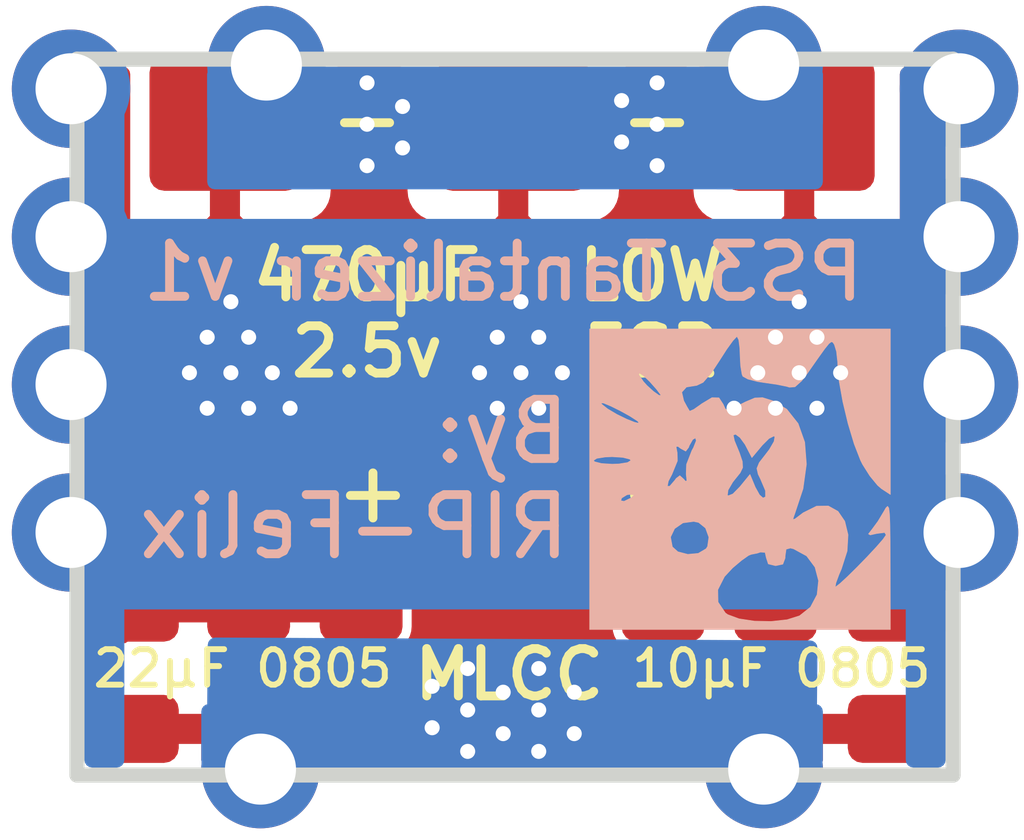
<source format=kicad_pcb>
(kicad_pcb (version 20171130) (host pcbnew "(5.1.6)-1")

  (general
    (thickness 1.6)
    (drawings 50)
    (tracks 88)
    (zones 0)
    (modules 10)
    (nets 3)
  )

  (page A4)
  (layers
    (0 F.Cu signal)
    (31 B.Cu signal hide)
    (32 B.Adhes user hide)
    (33 F.Adhes user hide)
    (34 B.Paste user hide)
    (35 F.Paste user hide)
    (36 B.SilkS user hide)
    (37 F.SilkS user hide)
    (38 B.Mask user hide)
    (39 F.Mask user hide)
    (40 Dwgs.User user hide)
    (41 Cmts.User user hide)
    (42 Eco1.User user hide)
    (43 Eco2.User user hide)
    (44 Edge.Cuts user hide)
    (45 Margin user hide)
    (46 B.CrtYd user hide)
    (47 F.CrtYd user hide)
    (48 B.Fab user hide)
    (49 F.Fab user hide)
  )

  (setup
    (last_trace_width 0.1524)
    (user_trace_width 0.5)
    (user_trace_width 1)
    (trace_clearance 0.1524)
    (zone_clearance 0)
    (zone_45_only no)
    (trace_min 0.1524)
    (via_size 0.508)
    (via_drill 0.254)
    (via_min_size 0.508)
    (via_min_drill 0.254)
    (user_via 1.8 0.9)
    (user_via 2 1.2)
    (uvia_size 0.508)
    (uvia_drill 0.254)
    (uvias_allowed no)
    (uvia_min_size 0)
    (uvia_min_drill 0)
    (edge_width 0.05)
    (segment_width 0.2)
    (pcb_text_width 0.3)
    (pcb_text_size 1.5 1.5)
    (mod_edge_width 0.12)
    (mod_text_size 1 1)
    (mod_text_width 0.15)
    (pad_size 1.2 1.2)
    (pad_drill 0.7)
    (pad_to_mask_clearance 0.0508)
    (solder_mask_min_width 0.1016)
    (aux_axis_origin 0 0)
    (visible_elements 7FFFEFFF)
    (pcbplotparams
      (layerselection 0x010fc_ffffffff)
      (usegerberextensions false)
      (usegerberattributes true)
      (usegerberadvancedattributes true)
      (creategerberjobfile true)
      (excludeedgelayer true)
      (linewidth 0.100000)
      (plotframeref false)
      (viasonmask false)
      (mode 1)
      (useauxorigin false)
      (hpglpennumber 1)
      (hpglpenspeed 20)
      (hpglpendiameter 15.000000)
      (psnegative false)
      (psa4output false)
      (plotreference true)
      (plotvalue true)
      (plotinvisibletext false)
      (padsonsilk false)
      (subtractmaskfromsilk false)
      (outputformat 1)
      (mirror false)
      (drillshape 0)
      (scaleselection 1)
      (outputdirectory "Gerber/"))
  )

  (net 0 "")
  (net 1 GND)
  (net 2 +1V0)

  (net_class Default "This is the default net class."
    (clearance 0.1524)
    (trace_width 0.1524)
    (via_dia 0.508)
    (via_drill 0.254)
    (uvia_dia 0.508)
    (uvia_drill 0.254)
    (add_net +1V0)
    (add_net GND)
  )

  (module "PCB Design:RIP-Felix Logo(400)" (layer B.Cu) (tedit 0) (tstamp 6050A043)
    (at 113.7 62.3 180)
    (fp_text reference G*** (at 0 0) (layer B.SilkS) hide
      (effects (font (size 1.524 1.524) (thickness 0.3)) (justify mirror))
    )
    (fp_text value LOGO (at 0.75 0) (layer B.SilkS) hide
      (effects (font (size 1.524 1.524) (thickness 0.3)) (justify mirror))
    )
    (fp_poly (pts (xy 2.54 -2.54) (xy -2.54 -2.54) (xy -2.537458 -1.444625) (xy -2.53594 -1.050543)
      (xy -2.532413 -0.769165) (xy -2.525246 -0.586196) (xy -2.512808 -0.487339) (xy -2.49347 -0.458299)
      (xy -2.465602 -0.484781) (xy -2.43426 -0.53975) (xy -2.33163 -0.710967) (xy -2.232152 -0.846136)
      (xy -2.171183 -0.92477) (xy -2.200723 -0.941038) (xy -2.311879 -0.916549) (xy -2.444229 -0.900149)
      (xy -2.468904 -0.941417) (xy -2.417102 -1.015697) (xy -2.303334 -1.146539) (xy -2.150823 -1.310225)
      (xy -1.98279 -1.483033) (xy -1.822458 -1.641243) (xy -1.693047 -1.761135) (xy -1.61778 -1.818988)
      (xy -1.608565 -1.820231) (xy -1.618768 -1.75432) (xy -1.633194 -1.715054) (xy -1.327486 -1.715054)
      (xy -1.302778 -1.950923) (xy -1.190606 -2.16229) (xy -1.005748 -2.309035) (xy -0.795703 -2.374978)
      (xy -0.527188 -2.40424) (xy -0.242309 -2.398491) (xy 0.016826 -2.359399) (xy 0.208114 -2.288633)
      (xy 0.248383 -2.259332) (xy 0.371119 -2.076487) (xy 0.375182 -1.867545) (xy 0.262678 -1.645667)
      (xy 0.126817 -1.499639) (xy -0.025302 -1.371244) (xy -0.143241 -1.287899) (xy -0.18549 -1.27)
      (xy -0.29172 -1.249061) (xy -0.344057 -1.231456) (xy -0.42433 -1.235951) (xy -0.4445 -1.326706)
      (xy -0.478552 -1.430683) (xy -0.600083 -1.460492) (xy -0.60325 -1.4605) (xy -0.723022 -1.435173)
      (xy -0.761001 -1.334233) (xy -0.762 -1.29747) (xy -0.778621 -1.182089) (xy -0.851257 -1.162673)
      (xy -0.904875 -1.175602) (xy -1.125729 -1.295876) (xy -1.267534 -1.486199) (xy -1.327486 -1.715054)
      (xy -1.633194 -1.715054) (xy -1.670836 -1.612606) (xy -1.711977 -1.517579) (xy -1.809399 -1.21366)
      (xy -1.822529 -0.979847) (xy 0.525377 -0.979847) (xy 0.546867 -1.13587) (xy 0.572184 -1.175574)
      (xy 0.705102 -1.253887) (xy 0.883024 -1.269742) (xy 1.050076 -1.226329) (xy 1.143 -1.143)
      (xy 1.173456 -0.978099) (xy 1.104769 -0.834252) (xy 0.964706 -0.737256) (xy 0.781035 -0.712905)
      (xy 0.698647 -0.730203) (xy 0.581551 -0.824971) (xy 0.525377 -0.979847) (xy -1.822529 -0.979847)
      (xy -1.824803 -0.939369) (xy -1.769542 -0.71055) (xy -1.654974 -0.543043) (xy -1.492452 -0.45269)
      (xy -1.293331 -0.455332) (xy -1.068967 -0.566811) (xy -1.04405 -0.585755) (xy -0.928691 -0.672548)
      (xy -0.891546 -0.681167) (xy -0.912746 -0.614116) (xy -0.918043 -0.60163) (xy -1.064265 -0.160864)
      (xy -1.121525 0.253669) (xy -1.092809 0.626309) (xy -1.059344 0.7207) (xy -0.58953 0.7207)
      (xy -0.576017 0.638341) (xy -0.49681 0.502039) (xy -0.438748 0.425848) (xy -0.325856 0.28041)
      (xy -0.285699 0.18271) (xy -0.307716 0.084622) (xy -0.346466 0.005385) (xy -0.430713 -0.192844)
      (xy -0.431219 -0.298863) (xy -0.388704 -0.3175) (xy -0.32921 -0.26494) (xy -0.258211 -0.136635)
      (xy -0.250699 -0.119029) (xy -0.16849 0.079442) (xy 0.001326 -0.128625) (xy 0.11963 -0.248901)
      (xy 0.199103 -0.280288) (xy 0.212996 -0.268973) (xy 0.212516 -0.265248) (xy 1.782562 -0.265248)
      (xy 1.828721 -0.309147) (xy 1.8415 -0.3175) (xy 1.957843 -0.373594) (xy 2.013373 -0.364271)
      (xy 2.00025 -0.3175) (xy 1.909628 -0.262248) (xy 1.853627 -0.254972) (xy 1.782562 -0.265248)
      (xy 0.212516 -0.265248) (xy 0.201902 -0.182881) (xy 0.123736 -0.048825) (xy 0.084316 0.001414)
      (xy -0.00283 0.109408) (xy -0.044322 0.196373) (xy -0.039613 0.298217) (xy 0.011846 0.450846)
      (xy 0.094232 0.650875) (xy 0.094331 0.651353) (xy 0.73835 0.651353) (xy 0.785037 0.533498)
      (xy 0.812052 0.484781) (xy 0.902914 0.250896) (xy 0.908603 0.087906) (xy 0.896704 -0.028153)
      (xy 0.921906 -0.034384) (xy 0.950815 0) (xy 1.016341 0.059913) (xy 1.077779 0.013191)
      (xy 1.098337 -0.015875) (xy 1.186886 -0.118603) (xy 1.227581 -0.118252) (xy 1.210818 -0.03285)
      (xy 1.150816 0.082603) (xy 1.057451 0.310935) (xy 1.05764 0.3175) (xy 1.8415 0.3175)
      (xy 1.89861 0.281277) (xy 2.044631 0.258286) (xy 2.159 0.254) (xy 2.340115 0.265423)
      (xy 2.455073 0.294627) (xy 2.4765 0.3175) (xy 2.419389 0.353724) (xy 2.273368 0.376715)
      (xy 2.159 0.381) (xy 1.977884 0.369578) (xy 1.862926 0.340374) (xy 1.8415 0.3175)
      (xy 1.05764 0.3175) (xy 1.061399 0.447728) (xy 1.080704 0.55274) (xy 1.04527 0.554543)
      (xy 1.000602 0.520532) (xy 0.916771 0.475192) (xy 0.868383 0.538408) (xy 0.858311 0.568157)
      (xy 0.798723 0.672612) (xy 0.751448 0.6985) (xy 0.73835 0.651353) (xy 0.094331 0.651353)
      (xy 0.114325 0.747055) (xy 0.074028 0.761227) (xy -0.001064 0.704852) (xy -0.085358 0.58939)
      (xy -0.09893 0.564385) (xy -0.201121 0.366769) (xy -0.375559 0.575718) (xy -0.48905 0.688937)
      (xy -0.571441 0.730254) (xy -0.58953 0.7207) (xy -1.059344 0.7207) (xy -0.981097 0.941395)
      (xy -0.977893 0.945438) (xy 1.707018 0.945438) (xy 1.781145 0.961776) (xy 1.914625 1.014777)
      (xy 2.079625 1.09509) (xy 2.237391 1.188866) (xy 2.33458 1.266309) (xy 2.3495 1.2918)
      (xy 2.300809 1.286709) (xy 2.17912 1.235805) (xy 2.021 1.15749) (xy 1.863022 1.070162)
      (xy 1.741754 0.992224) (xy 1.719791 0.974958) (xy 1.707018 0.945438) (xy -0.977893 0.945438)
      (xy -0.789375 1.183266) (xy -0.550949 1.325383) (xy -0.381397 1.37873) (xy -0.252068 1.373556)
      (xy -0.091773 1.30569) (xy -0.075709 1.297544) (xy 0.080949 1.217822) (xy 0.185975 1.164577)
      (xy 0.200986 1.157037) (xy 0.250412 1.191087) (xy 0.28464 1.266505) (xy 0.356175 1.375897)
      (xy 0.474147 1.377982) (xy 0.648822 1.272656) (xy 0.66153 1.262761) (xy 0.780611 1.17905)
      (xy 0.848707 1.149891) (xy 0.851992 1.151636) (xy 0.893017 1.21928) (xy 0.950454 1.325701)
      (xy 0.970965 1.41426) (xy 1.3335 1.41426) (xy 1.372139 1.419061) (xy 1.463463 1.484741)
      (xy 1.570582 1.58215) (xy 1.633105 1.651) (xy 1.710299 1.764143) (xy 1.703856 1.797817)
      (xy 1.629203 1.752023) (xy 1.524 1.651) (xy 1.408281 1.520331) (xy 1.340687 1.430867)
      (xy 1.3335 1.41426) (xy 0.970965 1.41426) (xy 0.984071 1.470845) (xy 0.905051 1.558362)
      (xy 0.73025 1.586679) (xy 0.623644 1.637733) (xy 0.486849 1.794396) (xy 0.351256 2.000401)
      (xy 0.224906 2.197357) (xy 0.119813 2.343181) (xy 0.055541 2.411108) (xy 0.049631 2.413)
      (xy 0.020507 2.356032) (xy 0.002153 2.211108) (xy -0.000973 2.111375) (xy -0.010813 1.917717)
      (xy -0.034591 1.774811) (xy -0.048598 1.74008) (xy -0.13442 1.692949) (xy -0.301268 1.650335)
      (xy -0.41275 1.633464) (xy -0.620304 1.603715) (xy -0.786787 1.570136) (xy -0.837213 1.555063)
      (xy -0.929334 1.562799) (xy -1.04181 1.663611) (xy -1.13646 1.788679) (xy -1.312216 2.039847)
      (xy -1.429019 2.202662) (xy -1.501253 2.292454) (xy -1.543306 2.324552) (xy -1.569564 2.314286)
      (xy -1.594412 2.276988) (xy -1.594529 2.276802) (xy -1.630353 2.160498) (xy -1.650208 1.981217)
      (xy -1.651402 1.93675) (xy -1.67593 1.656032) (xy -1.737826 1.30956) (xy -1.82602 0.941771)
      (xy -1.929439 0.597106) (xy -2.037012 0.320002) (xy -2.071295 0.251399) (xy -2.194437 0.05652)
      (xy -2.324054 -0.101321) (xy -2.390758 -0.15914) (xy -2.54 -0.256927) (xy -2.54 2.54)
      (xy 2.54 2.54) (xy 2.54 -2.54)) (layer B.SilkS) (width 0.01))
  )

  (module Capacitor_SMD:C_0805_2012Metric_Pad1.15x1.40mm_HandSolder (layer F.Cu) (tedit 605023D7) (tstamp 604ED26B)
    (at 116.22 65.495 270)
    (descr "Capacitor SMD 0805 (2012 Metric), square (rectangular) end terminal, IPC_7351 nominal with elongated pad for handsoldering. (Body size source: https://docs.google.com/spreadsheets/d/1BsfQQcO9C6DZCsRaXUlFlo91Tg2WpOkGARC1WS5S8t0/edit?usp=sharing), generated with kicad-footprint-generator")
    (tags "capacitor handsolder")
    (path /6053875F)
    (attr smd)
    (fp_text reference C9 (at 2.785 0 180) (layer F.SilkS) hide
      (effects (font (size 1 1) (thickness 0.15)))
    )
    (fp_text value 10uF (at 5.325 0 180) (layer F.Fab) hide
      (effects (font (size 1 1) (thickness 0.15)))
    )
    (fp_line (start -1 0.6) (end -1 -0.6) (layer F.Fab) (width 0.1))
    (fp_line (start -1 -0.6) (end 1 -0.6) (layer F.Fab) (width 0.1))
    (fp_line (start 1 -0.6) (end 1 0.6) (layer F.Fab) (width 0.1))
    (fp_line (start 1 0.6) (end -1 0.6) (layer F.Fab) (width 0.1))
    (fp_line (start -1.85 0.95) (end -1.85 -0.95) (layer F.CrtYd) (width 0.05))
    (fp_line (start -1.85 -0.95) (end 1.85 -0.95) (layer F.CrtYd) (width 0.05))
    (fp_line (start 1.85 -0.95) (end 1.85 0.95) (layer F.CrtYd) (width 0.05))
    (fp_line (start 1.85 0.95) (end -1.85 0.95) (layer F.CrtYd) (width 0.05))
    (fp_text user %R (at 0 0 270) (layer F.Fab) hide
      (effects (font (size 0.5 0.5) (thickness 0.08)))
    )
    (pad 2 smd roundrect (at 1.025 0 270) (size 1.15 1.4) (layers F.Cu F.Paste F.Mask) (roundrect_rratio 0.217391)
      (net 1 GND))
    (pad 1 smd roundrect (at -1.025 0 270) (size 1.15 1.4) (layers F.Cu F.Paste F.Mask) (roundrect_rratio 0.217391)
      (net 2 +1V0))
    (model ${KISYS3DMOD}/Capacitor_SMD.3dshapes/C_0805_2012Metric.wrl
      (at (xyz 0 0 0))
      (scale (xyz 1 1 1))
      (rotate (xyz 0 0 0))
    )
  )

  (module Capacitor_SMD:C_0805_2012Metric_Pad1.15x1.40mm_HandSolder (layer F.Cu) (tedit 605023C5) (tstamp 604ED25A)
    (at 114.3 65.495 270)
    (descr "Capacitor SMD 0805 (2012 Metric), square (rectangular) end terminal, IPC_7351 nominal with elongated pad for handsoldering. (Body size source: https://docs.google.com/spreadsheets/d/1BsfQQcO9C6DZCsRaXUlFlo91Tg2WpOkGARC1WS5S8t0/edit?usp=sharing), generated with kicad-footprint-generator")
    (tags "capacitor handsolder")
    (path /60538101)
    (attr smd)
    (fp_text reference C8 (at 2.785 0 180) (layer F.SilkS) hide
      (effects (font (size 1 1) (thickness 0.15)))
    )
    (fp_text value 10uF (at 4.055 0 180) (layer F.Fab) hide
      (effects (font (size 1 1) (thickness 0.15)))
    )
    (fp_line (start -1 0.6) (end -1 -0.6) (layer F.Fab) (width 0.1))
    (fp_line (start -1 -0.6) (end 1 -0.6) (layer F.Fab) (width 0.1))
    (fp_line (start 1 -0.6) (end 1 0.6) (layer F.Fab) (width 0.1))
    (fp_line (start 1 0.6) (end -1 0.6) (layer F.Fab) (width 0.1))
    (fp_line (start -1.85 0.95) (end -1.85 -0.95) (layer F.CrtYd) (width 0.05))
    (fp_line (start -1.85 -0.95) (end 1.85 -0.95) (layer F.CrtYd) (width 0.05))
    (fp_line (start 1.85 -0.95) (end 1.85 0.95) (layer F.CrtYd) (width 0.05))
    (fp_line (start 1.85 0.95) (end -1.85 0.95) (layer F.CrtYd) (width 0.05))
    (fp_text user %R (at 0 0 270) (layer F.Fab) hide
      (effects (font (size 0.5 0.5) (thickness 0.08)))
    )
    (pad 2 smd roundrect (at 1.025 0 270) (size 1.15 1.4) (layers F.Cu F.Paste F.Mask) (roundrect_rratio 0.217391)
      (net 1 GND))
    (pad 1 smd roundrect (at -1.025 0 270) (size 1.15 1.4) (layers F.Cu F.Paste F.Mask) (roundrect_rratio 0.217391)
      (net 2 +1V0))
    (model ${KISYS3DMOD}/Capacitor_SMD.3dshapes/C_0805_2012Metric.wrl
      (at (xyz 0 0 0))
      (scale (xyz 1 1 1))
      (rotate (xyz 0 0 0))
    )
  )

  (module Capacitor_SMD:C_0805_2012Metric_Pad1.15x1.40mm_HandSolder (layer F.Cu) (tedit 605023B6) (tstamp 604ED249)
    (at 112.4 65.495 270)
    (descr "Capacitor SMD 0805 (2012 Metric), square (rectangular) end terminal, IPC_7351 nominal with elongated pad for handsoldering. (Body size source: https://docs.google.com/spreadsheets/d/1BsfQQcO9C6DZCsRaXUlFlo91Tg2WpOkGARC1WS5S8t0/edit?usp=sharing), generated with kicad-footprint-generator")
    (tags "capacitor handsolder")
    (path /60537ADB)
    (attr smd)
    (fp_text reference C7 (at 2.785 0 180) (layer F.SilkS) hide
      (effects (font (size 1 1) (thickness 0.15)))
    )
    (fp_text value 10uF (at 5.325 0 180) (layer F.Fab) hide
      (effects (font (size 1 1) (thickness 0.15)))
    )
    (fp_line (start -1 0.6) (end -1 -0.6) (layer F.Fab) (width 0.1))
    (fp_line (start -1 -0.6) (end 1 -0.6) (layer F.Fab) (width 0.1))
    (fp_line (start 1 -0.6) (end 1 0.6) (layer F.Fab) (width 0.1))
    (fp_line (start 1 0.6) (end -1 0.6) (layer F.Fab) (width 0.1))
    (fp_line (start -1.85 0.95) (end -1.85 -0.95) (layer F.CrtYd) (width 0.05))
    (fp_line (start -1.85 -0.95) (end 1.85 -0.95) (layer F.CrtYd) (width 0.05))
    (fp_line (start 1.85 -0.95) (end 1.85 0.95) (layer F.CrtYd) (width 0.05))
    (fp_line (start 1.85 0.95) (end -1.85 0.95) (layer F.CrtYd) (width 0.05))
    (fp_text user %R (at 0 0 270) (layer F.Fab) hide
      (effects (font (size 0.5 0.5) (thickness 0.08)))
    )
    (pad 2 smd roundrect (at 1.025 0 270) (size 1.15 1.4) (layers F.Cu F.Paste F.Mask) (roundrect_rratio 0.217391)
      (net 1 GND))
    (pad 1 smd roundrect (at -1.025 0 270) (size 1.15 1.4) (layers F.Cu F.Paste F.Mask) (roundrect_rratio 0.217391)
      (net 2 +1V0))
    (model ${KISYS3DMOD}/Capacitor_SMD.3dshapes/C_0805_2012Metric.wrl
      (at (xyz 0 0 0))
      (scale (xyz 1 1 1))
      (rotate (xyz 0 0 0))
    )
  )

  (module Capacitor_SMD:C_0805_2012Metric_Pad1.15x1.40mm_HandSolder (layer F.Cu) (tedit 6050239C) (tstamp 604ED238)
    (at 107.3 65.495 270)
    (descr "Capacitor SMD 0805 (2012 Metric), square (rectangular) end terminal, IPC_7351 nominal with elongated pad for handsoldering. (Body size source: https://docs.google.com/spreadsheets/d/1BsfQQcO9C6DZCsRaXUlFlo91Tg2WpOkGARC1WS5S8t0/edit?usp=sharing), generated with kicad-footprint-generator")
    (tags "capacitor handsolder")
    (path /60537810)
    (attr smd)
    (fp_text reference C6 (at 2.785 0 180) (layer F.SilkS) hide
      (effects (font (size 1 1) (thickness 0.15)))
    )
    (fp_text value 22uF (at 4.055 0 180) (layer F.Fab) hide
      (effects (font (size 1 1) (thickness 0.15)))
    )
    (fp_line (start -1 0.6) (end -1 -0.6) (layer F.Fab) (width 0.1))
    (fp_line (start -1 -0.6) (end 1 -0.6) (layer F.Fab) (width 0.1))
    (fp_line (start 1 -0.6) (end 1 0.6) (layer F.Fab) (width 0.1))
    (fp_line (start 1 0.6) (end -1 0.6) (layer F.Fab) (width 0.1))
    (fp_line (start -1.85 0.95) (end -1.85 -0.95) (layer F.CrtYd) (width 0.05))
    (fp_line (start -1.85 -0.95) (end 1.85 -0.95) (layer F.CrtYd) (width 0.05))
    (fp_line (start 1.85 -0.95) (end 1.85 0.95) (layer F.CrtYd) (width 0.05))
    (fp_line (start 1.85 0.95) (end -1.85 0.95) (layer F.CrtYd) (width 0.05))
    (fp_text user %R (at 0 0 180) (layer F.Fab) hide
      (effects (font (size 0.5 0.5) (thickness 0.08)))
    )
    (pad 2 smd roundrect (at 1.025 0 270) (size 1.15 1.4) (layers F.Cu F.Paste F.Mask) (roundrect_rratio 0.217391)
      (net 1 GND))
    (pad 1 smd roundrect (at -1.025 0 270) (size 1.15 1.4) (layers F.Cu F.Paste F.Mask) (roundrect_rratio 0.217391)
      (net 2 +1V0))
    (model ${KISYS3DMOD}/Capacitor_SMD.3dshapes/C_0805_2012Metric.wrl
      (at (xyz 0 0 0))
      (scale (xyz 1 1 1))
      (rotate (xyz 0 0 0))
    )
  )

  (module Capacitor_SMD:C_0805_2012Metric_Pad1.15x1.40mm_HandSolder (layer F.Cu) (tedit 60502389) (tstamp 604ED86E)
    (at 105.4 65.495 270)
    (descr "Capacitor SMD 0805 (2012 Metric), square (rectangular) end terminal, IPC_7351 nominal with elongated pad for handsoldering. (Body size source: https://docs.google.com/spreadsheets/d/1BsfQQcO9C6DZCsRaXUlFlo91Tg2WpOkGARC1WS5S8t0/edit?usp=sharing), generated with kicad-footprint-generator")
    (tags "capacitor handsolder")
    (path /6053751D)
    (attr smd)
    (fp_text reference C5 (at 2.785 0 180) (layer F.SilkS) hide
      (effects (font (size 1 1) (thickness 0.15)))
    )
    (fp_text value 22uF (at 5.325 0 180) (layer F.Fab) hide
      (effects (font (size 1 1) (thickness 0.15)))
    )
    (fp_line (start -1 0.6) (end -1 -0.6) (layer F.Fab) (width 0.1))
    (fp_line (start -1 -0.6) (end 1 -0.6) (layer F.Fab) (width 0.1))
    (fp_line (start 1 -0.6) (end 1 0.6) (layer F.Fab) (width 0.1))
    (fp_line (start 1 0.6) (end -1 0.6) (layer F.Fab) (width 0.1))
    (fp_line (start -1.85 0.95) (end -1.85 -0.95) (layer F.CrtYd) (width 0.05))
    (fp_line (start -1.85 -0.95) (end 1.85 -0.95) (layer F.CrtYd) (width 0.05))
    (fp_line (start 1.85 -0.95) (end 1.85 0.95) (layer F.CrtYd) (width 0.05))
    (fp_line (start 1.85 0.95) (end -1.85 0.95) (layer F.CrtYd) (width 0.05))
    (fp_text user %R (at 0 0 180) (layer F.Fab) hide
      (effects (font (size 0.5 0.5) (thickness 0.08)))
    )
    (pad 2 smd roundrect (at 1.025 0 270) (size 1.15 1.4) (layers F.Cu F.Paste F.Mask) (roundrect_rratio 0.217391)
      (net 1 GND))
    (pad 1 smd roundrect (at -1.025 0 270) (size 1.15 1.4) (layers F.Cu F.Paste F.Mask) (roundrect_rratio 0.217391)
      (net 2 +1V0))
    (model ${KISYS3DMOD}/Capacitor_SMD.3dshapes/C_0805_2012Metric.wrl
      (at (xyz 0 0 0))
      (scale (xyz 1 1 1))
      (rotate (xyz 0 0 0))
    )
  )

  (module Capacitor_SMD:C_0805_2012Metric_Pad1.15x1.40mm_HandSolder (layer F.Cu) (tedit 60502378) (tstamp 604FCD21)
    (at 103.52 65.495 270)
    (descr "Capacitor SMD 0805 (2012 Metric), square (rectangular) end terminal, IPC_7351 nominal with elongated pad for handsoldering. (Body size source: https://docs.google.com/spreadsheets/d/1BsfQQcO9C6DZCsRaXUlFlo91Tg2WpOkGARC1WS5S8t0/edit?usp=sharing), generated with kicad-footprint-generator")
    (tags "capacitor handsolder")
    (path /60537181)
    (attr smd)
    (fp_text reference C4 (at 2.785 0 180) (layer F.SilkS) hide
      (effects (font (size 1 1) (thickness 0.15)))
    )
    (fp_text value 22uF (at 4.055 0 180) (layer F.Fab) hide
      (effects (font (size 1 1) (thickness 0.15)))
    )
    (fp_line (start -1 0.6) (end -1 -0.6) (layer F.Fab) (width 0.1))
    (fp_line (start -1 -0.6) (end 1 -0.6) (layer F.Fab) (width 0.1))
    (fp_line (start 1 -0.6) (end 1 0.6) (layer F.Fab) (width 0.1))
    (fp_line (start 1 0.6) (end -1 0.6) (layer F.Fab) (width 0.1))
    (fp_line (start -1.85 0.95) (end -1.85 -0.95) (layer F.CrtYd) (width 0.05))
    (fp_line (start -1.85 -0.95) (end 1.85 -0.95) (layer F.CrtYd) (width 0.05))
    (fp_line (start 1.85 -0.95) (end 1.85 0.95) (layer F.CrtYd) (width 0.05))
    (fp_line (start 1.85 0.95) (end -1.85 0.95) (layer F.CrtYd) (width 0.05))
    (fp_text user %R (at 0 0 180) (layer F.Fab) hide
      (effects (font (size 0.5 0.5) (thickness 0.08)))
    )
    (pad 2 smd roundrect (at 1.025 0 270) (size 1.15 1.4) (layers F.Cu F.Paste F.Mask) (roundrect_rratio 0.217)
      (net 1 GND))
    (pad 1 smd roundrect (at -1.025 0 270) (size 1.15 1.4) (layers F.Cu F.Paste F.Mask) (roundrect_rratio 0.217391)
      (net 2 +1V0))
    (model ${KISYS3DMOD}/Capacitor_SMD.3dshapes/C_0805_2012Metric.wrl
      (at (xyz 0 0 0))
      (scale (xyz 1 1 1))
      (rotate (xyz 0 0 0))
    )
  )

  (module Capacitor_Tantalum_SMD:CP_EIA-7343-15_Kemet-W_Pad2.25x2.55mm_HandSolder (layer F.Cu) (tedit 605021CB) (tstamp 604ED205)
    (at 114.7 59.5 90)
    (descr "Tantalum Capacitor SMD Kemet-W (7343-15 Metric), IPC_7351 nominal, (Body size from: http://www.kemet.com/Lists/ProductCatalog/Attachments/253/KEM_TC101_STD.pdf), generated with kicad-footprint-generator")
    (tags "capacitor tantalum")
    (path /60536E57)
    (attr smd)
    (fp_text reference C3 (at -0.1 0) (layer F.SilkS) hide
      (effects (font (size 1 1) (thickness 0.15)))
    )
    (fp_text value 470uF (at 5.69 0) (layer F.Fab) hide
      (effects (font (size 1 1) (thickness 0.15)))
    )
    (fp_line (start 3.65 -2.15) (end -2.65 -2.15) (layer F.Fab) (width 0.1))
    (fp_line (start -2.65 -2.15) (end -3.65 -1.15) (layer F.Fab) (width 0.1))
    (fp_line (start -3.65 -1.15) (end -3.65 2.15) (layer F.Fab) (width 0.1))
    (fp_line (start -3.65 2.15) (end 3.65 2.15) (layer F.Fab) (width 0.1))
    (fp_line (start 3.65 2.15) (end 3.65 -2.15) (layer F.Fab) (width 0.1))
    (fp_line (start -4.58 2.4) (end -4.58 -2.4) (layer F.CrtYd) (width 0.05))
    (fp_line (start -4.58 -2.4) (end 4.58 -2.4) (layer F.CrtYd) (width 0.05))
    (fp_line (start 4.58 -2.4) (end 4.58 2.4) (layer F.CrtYd) (width 0.05))
    (fp_line (start 4.58 2.4) (end -4.58 2.4) (layer F.CrtYd) (width 0.05))
    (fp_text user %R (at 0 0) (layer F.Fab) hide
      (effects (font (size 1 1) (thickness 0.15)))
    )
    (pad 2 smd roundrect (at 3.2 0 90) (size 2.25 2.55) (layers F.Cu F.Paste F.Mask) (roundrect_rratio 0.111111)
      (net 1 GND))
    (pad 1 smd roundrect (at -3.2 0 90) (size 2.25 2.55) (layers F.Cu F.Paste F.Mask) (roundrect_rratio 0.111111)
      (net 2 +1V0))
    (model ${KISYS3DMOD}/Capacitor_Tantalum_SMD.3dshapes/CP_EIA-7343-15_Kemet-W.wrl
      (at (xyz 0 0 0))
      (scale (xyz 1 1 1))
      (rotate (xyz 0 0 0))
    )
  )

  (module Capacitor_Tantalum_SMD:CP_EIA-7343-15_Kemet-W_Pad2.25x2.55mm_HandSolder (layer F.Cu) (tedit 605021A3) (tstamp 604ED1F2)
    (at 109.87 59.5 90)
    (descr "Tantalum Capacitor SMD Kemet-W (7343-15 Metric), IPC_7351 nominal, (Body size from: http://www.kemet.com/Lists/ProductCatalog/Attachments/253/KEM_TC101_STD.pdf), generated with kicad-footprint-generator")
    (tags "capacitor tantalum")
    (path /60536A01)
    (attr smd)
    (fp_text reference C2 (at -0.1 0) (layer F.SilkS) hide
      (effects (font (size 1 1) (thickness 0.15)))
    )
    (fp_text value 470uF (at 5.69 0) (layer F.Fab) hide
      (effects (font (size 1 1) (thickness 0.15)))
    )
    (fp_line (start 3.65 -2.15) (end -2.65 -2.15) (layer F.Fab) (width 0.1))
    (fp_line (start -2.65 -2.15) (end -3.65 -1.15) (layer F.Fab) (width 0.1))
    (fp_line (start -3.65 -1.15) (end -3.65 2.15) (layer F.Fab) (width 0.1))
    (fp_line (start -3.65 2.15) (end 3.65 2.15) (layer F.Fab) (width 0.1))
    (fp_line (start 3.65 2.15) (end 3.65 -2.15) (layer F.Fab) (width 0.1))
    (fp_line (start -4.58 2.4) (end -4.58 -2.4) (layer F.CrtYd) (width 0.05))
    (fp_line (start -4.58 -2.4) (end 4.58 -2.4) (layer F.CrtYd) (width 0.05))
    (fp_line (start 4.58 -2.4) (end 4.58 2.4) (layer F.CrtYd) (width 0.05))
    (fp_line (start 4.58 2.4) (end -4.58 2.4) (layer F.CrtYd) (width 0.05))
    (fp_text user %R (at 0 0) (layer F.Fab) hide
      (effects (font (size 1 1) (thickness 0.15)))
    )
    (pad 2 smd roundrect (at 3.2 0 90) (size 2.25 2.55) (layers F.Cu F.Paste F.Mask) (roundrect_rratio 0.111111)
      (net 1 GND))
    (pad 1 smd roundrect (at -3.2 0 90) (size 2.25 2.55) (layers F.Cu F.Paste F.Mask) (roundrect_rratio 0.111111)
      (net 2 +1V0))
    (model ${KISYS3DMOD}/Capacitor_Tantalum_SMD.3dshapes/CP_EIA-7343-15_Kemet-W.wrl
      (at (xyz 0 0 0))
      (scale (xyz 1 1 1))
      (rotate (xyz 0 0 0))
    )
  )

  (module Capacitor_Tantalum_SMD:CP_EIA-7343-15_Kemet-W_Pad2.25x2.55mm_HandSolder (layer F.Cu) (tedit 60502178) (tstamp 604ED327)
    (at 105 59.5 90)
    (descr "Tantalum Capacitor SMD Kemet-W (7343-15 Metric), IPC_7351 nominal, (Body size from: http://www.kemet.com/Lists/ProductCatalog/Attachments/253/KEM_TC101_STD.pdf), generated with kicad-footprint-generator")
    (tags "capacitor tantalum")
    (path /6052DB30)
    (attr smd)
    (fp_text reference C1 (at -0.1 0.1) (layer F.SilkS) hide
      (effects (font (size 1 1) (thickness 0.15)))
    )
    (fp_text value 470uF (at 5.69 0) (layer F.Fab) hide
      (effects (font (size 1 1) (thickness 0.15)))
    )
    (fp_line (start 3.65 -2.15) (end -2.65 -2.15) (layer F.Fab) (width 0.1))
    (fp_line (start -2.65 -2.15) (end -3.65 -1.15) (layer F.Fab) (width 0.1))
    (fp_line (start -3.65 -1.15) (end -3.65 2.15) (layer F.Fab) (width 0.1))
    (fp_line (start -3.65 2.15) (end 3.65 2.15) (layer F.Fab) (width 0.1))
    (fp_line (start 3.65 2.15) (end 3.65 -2.15) (layer F.Fab) (width 0.1))
    (fp_line (start -4.58 2.4) (end -4.58 -2.4) (layer F.CrtYd) (width 0.05))
    (fp_line (start -4.58 -2.4) (end 4.58 -2.4) (layer F.CrtYd) (width 0.05))
    (fp_line (start 4.58 -2.4) (end 4.58 2.4) (layer F.CrtYd) (width 0.05))
    (fp_line (start 4.58 2.4) (end -4.58 2.4) (layer F.CrtYd) (width 0.05))
    (fp_text user %R (at 0 0) (layer F.Fab) hide
      (effects (font (size 1 1) (thickness 0.15)))
    )
    (pad 2 smd roundrect (at 3.2 0 90) (size 2.25 2.55) (layers F.Cu F.Paste F.Mask) (roundrect_rratio 0.111111)
      (net 1 GND))
    (pad 1 smd roundrect (at -3.2 0 90) (size 2.25 2.55) (layers F.Cu F.Paste F.Mask) (roundrect_rratio 0.111111)
      (net 2 +1V0))
    (model ${KISYS3DMOD}/Capacitor_Tantalum_SMD.3dshapes/CP_EIA-7343-15_Kemet-W.wrl
      (at (xyz 0 0 0))
      (scale (xyz 1 1 1))
      (rotate (xyz 0 0 0))
    )
  )

  (gr_poly (pts (xy 103.4 64.2) (xy 101.4 64.2) (xy 101.4 62.2) (xy 103.4 62.2)) (layer F.Mask) (width 0.1) (tstamp 6060F312))
  (gr_poly (pts (xy 103.4 61.7) (xy 101.4 61.7) (xy 101.4 59.7) (xy 103.4 59.7)) (layer F.Mask) (width 0.1) (tstamp 6060F310))
  (gr_poly (pts (xy 103.4 59.2) (xy 101.4 59.2) (xy 101.4 57.2) (xy 103.4 57.2)) (layer F.Mask) (width 0.1) (tstamp 6060F30E))
  (gr_poly (pts (xy 103.4 56.7) (xy 101.4 56.7) (xy 101.4 54.7) (xy 103.4 54.7)) (layer F.Mask) (width 0.1) (tstamp 6060F30C))
  (gr_poly (pts (xy 118.4 64.2) (xy 116.4 64.2) (xy 116.4 62.2) (xy 118.4 62.2)) (layer F.Mask) (width 0.1) (tstamp 6060F303))
  (gr_poly (pts (xy 118.4 61.7) (xy 116.4 61.7) (xy 116.4 59.7) (xy 118.4 59.7)) (layer F.Mask) (width 0.1) (tstamp 6060F2EF))
  (gr_poly (pts (xy 118.4 59.2) (xy 116.4 59.2) (xy 116.4 57.2) (xy 118.4 57.2)) (layer F.Mask) (width 0.1) (tstamp 6060F2ED))
  (gr_poly (pts (xy 106.7 56.5) (xy 104.7 56.5) (xy 104.7 54.3) (xy 106.7 54.3)) (layer F.Mask) (width 0.1) (tstamp 6060E7E0))
  (gr_poly (pts (xy 115.1 56.5) (xy 113.1 56.5) (xy 113.1 54.3) (xy 115.1 54.3)) (layer F.Mask) (width 0.1) (tstamp 6060E7D5))
  (gr_poly (pts (xy 115.1 68.2) (xy 113.1 68.2) (xy 113.1 66) (xy 115.1 66)) (layer F.Mask) (width 0.1))
  (dimension 1.6 (width 0.15) (layer Dwgs.User)
    (gr_text "1.600 mm" (at 117.3 70.999999) (layer Dwgs.User)
      (effects (font (size 1 1) (thickness 0.15)))
    )
    (feature1 (pts (xy 118.1 69.1) (xy 118.1 70.28642)))
    (feature2 (pts (xy 116.5 69.1) (xy 116.5 70.28642)))
    (crossbar (pts (xy 116.5 69.699999) (xy 118.1 69.699999)))
    (arrow1a (pts (xy 118.1 69.699999) (xy 116.973496 70.28642)))
    (arrow1b (pts (xy 118.1 69.699999) (xy 116.973496 69.113578)))
    (arrow2a (pts (xy 116.5 69.699999) (xy 117.626504 70.28642)))
    (arrow2b (pts (xy 116.5 69.699999) (xy 117.626504 69.113578)))
  )
  (dimension 1.9 (width 0.15) (layer Dwgs.User)
    (gr_text "1.900 mm" (at 105.55 71.1) (layer Dwgs.User)
      (effects (font (size 1 1) (thickness 0.15)))
    )
    (feature1 (pts (xy 106.5 68.9) (xy 106.5 70.386421)))
    (feature2 (pts (xy 104.6 68.9) (xy 104.6 70.386421)))
    (crossbar (pts (xy 104.6 69.8) (xy 106.5 69.8)))
    (arrow1a (pts (xy 106.5 69.8) (xy 105.373496 70.386421)))
    (arrow1b (pts (xy 106.5 69.8) (xy 105.373496 69.213579)))
    (arrow2a (pts (xy 104.6 69.8) (xy 105.726504 70.386421)))
    (arrow2b (pts (xy 104.6 69.8) (xy 105.726504 69.213579)))
  )
  (gr_poly (pts (xy 106.6 68.2) (xy 104.6 68.2) (xy 104.6 66) (xy 106.6 66)) (layer F.Mask) (width 0.1) (tstamp 6060DF9B))
  (gr_poly (pts (xy 118.4 56.7) (xy 116.4 56.7) (xy 116.4 54.7) (xy 118.4 54.7)) (layer F.Mask) (width 0.1) (tstamp 6060DF63))
  (gr_text "By:\nRIP-Felix" (at 110.9 62.3) (layer B.SilkS)
    (effects (font (size 1 1) (thickness 0.15)) (justify left mirror))
  )
  (gr_text MLCC (at 109.8 65.6) (layer F.SilkS) (tstamp 60509D3B)
    (effects (font (size 0.8 0.8) (thickness 0.15)))
  )
  (gr_text "LOW\nESR" (at 112.2 59.5) (layer F.SilkS) (tstamp 60509CF2)
    (effects (font (size 0.8 0.8) (thickness 0.15)))
  )
  (gr_text "10µF 0805" (at 114.4 65.5) (layer F.SilkS) (tstamp 605030CD)
    (effects (font (size 0.6 0.6) (thickness 0.1)))
  )
  (gr_text "22µF 0805" (at 105.3 65.5) (layer F.SilkS)
    (effects (font (size 0.6 0.6) (thickness 0.1)))
  )
  (gr_text "470µF\n2.5v" (at 107.4 59.5) (layer F.SilkS)
    (effects (font (size 0.8 0.8) (thickness 0.15)))
  )
  (gr_text - (at 112.3 56.2) (layer F.SilkS) (tstamp 60502464)
    (effects (font (size 1 1) (thickness 0.15)))
  )
  (gr_text - (at 107.4 56.2) (layer F.SilkS)
    (effects (font (size 1 1) (thickness 0.15)))
  )
  (gr_text "+\n" (at 112.3 62.5) (layer F.SilkS)
    (effects (font (size 1 1) (thickness 0.15)))
  )
  (gr_text + (at 107.5 62.5) (layer F.SilkS)
    (effects (font (size 1 1) (thickness 0.15)))
  )
  (gr_text "PS3 Tantalizer v1" (at 109.7 58.8) (layer B.SilkS)
    (effects (font (size 0.9 0.9) (thickness 0.15)) (justify mirror))
  )
  (gr_poly (pts (xy 103.35 67.4) (xy 101.3 67.4) (xy 101.3 54.6) (xy 103.35 54.6)) (layer B.Mask) (width 0.1) (tstamp 6050152F))
  (gr_poly (pts (xy 118.4 67.4) (xy 116.4 67.4) (xy 116.4 54.75) (xy 118.4 54.75)) (layer B.Mask) (width 0.1))
  (gr_poly (pts (xy 115.1 68.2) (xy 113.1 68.2) (xy 113.1 65) (xy 115.1 65)) (layer B.Mask) (width 0.1) (tstamp 6050016C))
  (gr_poly (pts (xy 106.6 68.2) (xy 104.6 68.2) (xy 104.6 65) (xy 106.6 65)) (layer B.Mask) (width 0.1) (tstamp 6050015E))
  (gr_poly (pts (xy 115.05 57.4) (xy 113.15 57.4) (xy 113.15 54.3) (xy 115.05 54.3)) (layer B.Mask) (width 0.1) (tstamp 604FF776))
  (gr_poly (pts (xy 106.7 57.45) (xy 104.7 57.45) (xy 104.7 54.3) (xy 106.7 54.3)) (layer B.Mask) (width 0.1))
  (dimension 14.2 (width 0.15) (layer Dwgs.User)
    (gr_text "14.200 mm" (at 99.3 61.4 270) (layer Dwgs.User)
      (effects (font (size 1 1) (thickness 0.15)))
    )
    (feature1 (pts (xy 101.7 68.5) (xy 100.013579 68.5)))
    (feature2 (pts (xy 101.7 54.3) (xy 100.013579 54.3)))
    (crossbar (pts (xy 100.6 54.3) (xy 100.6 68.5)))
    (arrow1a (pts (xy 100.6 68.5) (xy 100.013579 67.373496)))
    (arrow1b (pts (xy 100.6 68.5) (xy 101.186421 67.373496)))
    (arrow2a (pts (xy 100.6 54.3) (xy 100.013579 55.426504)))
    (arrow2b (pts (xy 100.6 54.3) (xy 101.186421 55.426504)))
  )
  (dimension 16.4 (width 0.15) (layer Dwgs.User)
    (gr_text "16.400 mm" (at 109.9 44.7) (layer Dwgs.User)
      (effects (font (size 1 1) (thickness 0.15)))
    )
    (feature1 (pts (xy 118.1 54.3) (xy 118.1 45.413579)))
    (feature2 (pts (xy 101.7 54.3) (xy 101.7 45.413579)))
    (crossbar (pts (xy 101.7 46) (xy 118.1 46)))
    (arrow1a (pts (xy 118.1 46) (xy 116.973496 46.586421)))
    (arrow1b (pts (xy 118.1 46) (xy 116.973496 45.413579)))
    (arrow2a (pts (xy 101.7 46) (xy 102.826504 46.586421)))
    (arrow2b (pts (xy 101.7 46) (xy 102.826504 45.413579)))
  )
  (dimension 13.2 (width 0.15) (layer Dwgs.User)
    (gr_text "13.200 mm" (at 109.9 47.2) (layer Dwgs.User)
      (effects (font (size 1 1) (thickness 0.15)))
    )
    (feature1 (pts (xy 116.5 54.3) (xy 116.5 47.913579)))
    (feature2 (pts (xy 103.3 54.3) (xy 103.3 47.913579)))
    (crossbar (pts (xy 103.3 48.5) (xy 116.5 48.5)))
    (arrow1a (pts (xy 116.5 48.5) (xy 115.373496 49.086421)))
    (arrow1b (pts (xy 116.5 48.5) (xy 115.373496 47.913579)))
    (arrow2a (pts (xy 103.3 48.5) (xy 104.426504 49.086421)))
    (arrow2b (pts (xy 103.3 48.5) (xy 104.426504 47.913579)))
  )
  (dimension 10.2 (width 0.15) (layer Dwgs.User)
    (gr_text "10.200 mm" (at 109.9 49.7) (layer Dwgs.User)
      (effects (font (size 1 1) (thickness 0.15)))
    )
    (feature1 (pts (xy 115 54.3) (xy 115 50.413579)))
    (feature2 (pts (xy 104.8 54.3) (xy 104.8 50.413579)))
    (crossbar (pts (xy 104.8 51) (xy 115 51)))
    (arrow1a (pts (xy 115 51) (xy 113.873496 51.586421)))
    (arrow1b (pts (xy 115 51) (xy 113.873496 50.413579)))
    (arrow2a (pts (xy 104.8 51) (xy 105.926504 51.586421)))
    (arrow2b (pts (xy 104.8 51) (xy 105.926504 50.413579)))
  )
  (dimension 6.6 (width 0.15) (layer Dwgs.User)
    (gr_text "6.600 mm" (at 109.9 52.1) (layer Dwgs.User)
      (effects (font (size 1 1) (thickness 0.15)))
    )
    (feature1 (pts (xy 113.2 54.3) (xy 113.2 52.813579)))
    (feature2 (pts (xy 106.6 54.3) (xy 106.6 52.813579)))
    (crossbar (pts (xy 106.6 53.4) (xy 113.2 53.4)))
    (arrow1a (pts (xy 113.2 53.4) (xy 112.073496 53.986421)))
    (arrow1b (pts (xy 113.2 53.4) (xy 112.073496 52.813579)))
    (arrow2a (pts (xy 106.6 53.4) (xy 107.726504 53.986421)))
    (arrow2b (pts (xy 106.6 53.4) (xy 107.726504 52.813579)))
  )
  (gr_poly (pts (xy 113.2 54.3) (xy 115 54.3) (xy 115 68.5) (xy 113.2 68.5)) (layer Dwgs.User) (width 0.1) (tstamp 604FD264))
  (gr_poly (pts (xy 104.8 54.3) (xy 106.6 54.3) (xy 106.5 68.5) (xy 104.7 68.5)) (layer Dwgs.User) (width 0.1) (tstamp 604FD0F0))
  (gr_poly (pts (xy 116.5 54.3) (xy 118.1 54.3) (xy 118.1 68.5) (xy 116.5 68.5)) (layer Dwgs.User) (width 0.1) (tstamp 604FD081))
  (gr_poly (pts (xy 118.2 74.3) (xy 125.5 74.3) (xy 125.5 78.6) (xy 118.2 78.6)) (layer Dwgs.User) (width 0.1) (tstamp 604FD13C))
  (gr_poly (pts (xy 101.7 54.3) (xy 103.3 54.3) (xy 103.3 68.5) (xy 101.7 68.5)) (layer Dwgs.User) (width 0.1) (tstamp 604FD08A))
  (dimension 4.3 (width 0.15) (layer Dwgs.User) (tstamp 604FD140)
    (gr_text "4.300 mm" (at 116 76.45 90) (layer Dwgs.User) (tstamp 604FD140)
      (effects (font (size 1 1) (thickness 0.15)))
    )
    (feature1 (pts (xy 118.2 74.3) (xy 116.713579 74.3)))
    (feature2 (pts (xy 118.2 78.6) (xy 116.713579 78.6)))
    (crossbar (pts (xy 117.3 78.6) (xy 117.3 74.3)))
    (arrow1a (pts (xy 117.3 74.3) (xy 117.886421 75.426504)))
    (arrow1b (pts (xy 117.3 74.3) (xy 116.713579 75.426504)))
    (arrow2a (pts (xy 117.3 78.6) (xy 117.886421 77.473496)))
    (arrow2b (pts (xy 117.3 78.6) (xy 116.713579 77.473496)))
  )
  (dimension 7.3 (width 0.15) (layer Dwgs.User) (tstamp 604FD146)
    (gr_text "7.300 mm" (at 121.85 80.7) (layer Dwgs.User) (tstamp 604FD146)
      (effects (font (size 1 1) (thickness 0.15)))
    )
    (feature1 (pts (xy 125.5 78.6) (xy 125.5 79.986421)))
    (feature2 (pts (xy 118.2 78.6) (xy 118.2 79.986421)))
    (crossbar (pts (xy 118.2 79.4) (xy 125.5 79.4)))
    (arrow1a (pts (xy 125.5 79.4) (xy 124.373496 79.986421)))
    (arrow1b (pts (xy 125.5 79.4) (xy 124.373496 78.813579)))
    (arrow2a (pts (xy 118.2 79.4) (xy 119.326504 79.986421)))
    (arrow2b (pts (xy 118.2 79.4) (xy 119.326504 78.813579)))
  )
  (gr_poly (pts (xy 113.7 78.6) (xy 110.2 78.6) (xy 110.2 75.8) (xy 113.7 75.8)) (layer Dwgs.User) (width 0.1) (tstamp 604FD14B))
  (dimension 2.8 (width 0.15) (layer Dwgs.User)
    (gr_text "2.800 mm" (at 107.3 77.2 90) (layer Dwgs.User)
      (effects (font (size 1 1) (thickness 0.15)))
    )
    (feature1 (pts (xy 110.2 75.8) (xy 108.013579 75.8)))
    (feature2 (pts (xy 110.2 78.6) (xy 108.013579 78.6)))
    (crossbar (pts (xy 108.6 78.6) (xy 108.6 75.8)))
    (arrow1a (pts (xy 108.6 75.8) (xy 109.186421 76.926504)))
    (arrow1b (pts (xy 108.6 75.8) (xy 108.013579 76.926504)))
    (arrow2a (pts (xy 108.6 78.6) (xy 109.186421 77.473496)))
    (arrow2b (pts (xy 108.6 78.6) (xy 108.013579 77.473496)))
  )
  (dimension 3.5 (width 0.15) (layer Dwgs.User) (tstamp 604FD14F)
    (gr_text "3.500 mm" (at 111.95 80.9) (layer Dwgs.User) (tstamp 604FD14F)
      (effects (font (size 1 1) (thickness 0.15)))
    )
    (feature1 (pts (xy 113.7 78.6) (xy 113.7 80.186421)))
    (feature2 (pts (xy 110.2 78.6) (xy 110.2 80.186421)))
    (crossbar (pts (xy 110.2 79.6) (xy 113.7 79.6)))
    (arrow1a (pts (xy 113.7 79.6) (xy 112.573496 80.186421)))
    (arrow1b (pts (xy 113.7 79.6) (xy 112.573496 79.013579)))
    (arrow2a (pts (xy 110.2 79.6) (xy 111.326504 80.186421)))
    (arrow2b (pts (xy 110.2 79.6) (xy 111.326504 79.013579)))
  )
  (gr_line (start 117.3 55.2) (end 117.3 67.3) (layer Edge.Cuts) (width 0.254) (tstamp 604FCD7A))
  (gr_line (start 102.5 55.2) (end 117.3 55.2) (layer Edge.Cuts) (width 0.254) (tstamp 604FCD7D))
  (gr_line (start 102.5 67.3) (end 102.5 55.2) (layer Edge.Cuts) (width 0.254) (tstamp 604FCD74))
  (gr_line (start 117.3 67.3) (end 102.5 67.3) (layer Edge.Cuts) (width 0.254) (tstamp 604FD5F0))

  (via (at 117.4 55.7) (size 2) (drill 1.2) (layers F.Cu B.Cu) (net 2) (tstamp 60610BA3))
  (via (at 114.1 55.3) (size 2) (drill 1.2) (layers F.Cu B.Cu) (net 1))
  (via (at 114.1 67.2) (size 2) (drill 1.2) (layers F.Cu B.Cu) (net 1))
  (via (at 105.6 67.2) (size 2) (drill 1.2) (layers F.Cu B.Cu) (net 1) (tstamp 6060E63A))
  (via (at 107.4 57) (size 0.508) (drill 0.254) (layers F.Cu B.Cu) (net 1))
  (via (at 108 56) (size 0.508) (drill 0.254) (layers F.Cu B.Cu) (net 1))
  (via (at 107.4 56.3) (size 0.508) (drill 0.254) (layers F.Cu B.Cu) (net 1))
  (via (at 107.4 55.6) (size 0.508) (drill 0.254) (layers F.Cu B.Cu) (net 1))
  (via (at 111.7 55.9) (size 0.508) (drill 0.254) (layers F.Cu B.Cu) (net 1) (tstamp 604FE7AD))
  (via (at 112.3 55.6) (size 0.508) (drill 0.254) (layers F.Cu B.Cu) (net 1) (tstamp 604FE7AF))
  (via (at 112.3 57) (size 0.508) (drill 0.254) (layers F.Cu B.Cu) (net 1) (tstamp 604FE7B1))
  (via (at 112.3 56.3) (size 0.508) (drill 0.254) (layers F.Cu B.Cu) (net 1) (tstamp 604FE7B3))
  (via (at 111.7 56.6) (size 0.508) (drill 0.254) (layers F.Cu B.Cu) (net 1) (tstamp 604FE7B4))
  (via (at 108.5 66.5) (size 0.508) (drill 0.254) (layers F.Cu B.Cu) (net 1))
  (via (at 108.5 65.8) (size 0.508) (drill 0.254) (layers F.Cu B.Cu) (net 1))
  (via (at 109.1 66.2) (size 0.508) (drill 0.254) (layers F.Cu B.Cu) (net 1))
  (via (at 109.1 66.9) (size 0.508) (drill 0.254) (layers F.Cu B.Cu) (net 1))
  (via (at 109.7 66.6) (size 0.508) (drill 0.254) (layers F.Cu B.Cu) (net 1))
  (via (at 109.7 65.9) (size 0.508) (drill 0.254) (layers F.Cu B.Cu) (net 1))
  (via (at 110.3 66.2) (size 0.508) (drill 0.254) (layers F.Cu B.Cu) (net 1))
  (via (at 110.3 66.9) (size 0.508) (drill 0.254) (layers F.Cu B.Cu) (net 1))
  (via (at 110.9 66.6) (size 0.508) (drill 0.254) (layers F.Cu B.Cu) (net 1))
  (via (at 109.1 65.5) (size 0.508) (drill 0.254) (layers F.Cu B.Cu) (net 1))
  (via (at 110.3 65.5) (size 0.508) (drill 0.254) (layers F.Cu B.Cu) (net 1))
  (via (at 110.9 65.9) (size 0.508) (drill 0.254) (layers F.Cu B.Cu) (net 1))
  (via (at 108 56.7) (size 0.508) (drill 0.254) (layers F.Cu B.Cu) (net 1))
  (segment (start 108.5 66.5) (end 108.5 65.8) (width 0.5) (layer F.Cu) (net 1))
  (segment (start 111.7 56.6) (end 111.7 55.9) (width 0.5) (layer F.Cu) (net 1))
  (segment (start 108 56.7) (end 108 56) (width 0.5) (layer F.Cu) (net 1))
  (via (at 105.7 55.3) (size 2) (drill 1.2) (layers F.Cu B.Cu) (net 1))
  (via (at 109.6 61.1) (size 0.508) (drill 0.254) (layers F.Cu B.Cu) (net 2))
  (via (at 110.3 61.1) (size 0.508) (drill 0.254) (layers F.Cu B.Cu) (net 2))
  (via (at 110 60.5) (size 0.508) (drill 0.254) (layers F.Cu B.Cu) (net 2) (tstamp 60500601))
  (via (at 110.3 59.9) (size 0.508) (drill 0.254) (layers F.Cu B.Cu) (net 2) (tstamp 60500603))
  (via (at 110.7 60.5) (size 0.508) (drill 0.254) (layers F.Cu B.Cu) (net 2) (tstamp 60500604))
  (via (at 109.3 60.5) (size 0.508) (drill 0.254) (layers F.Cu B.Cu) (net 2) (tstamp 60500605))
  (via (at 109.6 59.9) (size 0.508) (drill 0.254) (layers F.Cu B.Cu) (net 2) (tstamp 60500606))
  (via (at 104.4 60.5) (size 0.508) (drill 0.254) (layers F.Cu B.Cu) (net 2) (tstamp 605007D9))
  (via (at 105.4 61.1) (size 0.508) (drill 0.254) (layers F.Cu B.Cu) (net 2) (tstamp 605007DA))
  (via (at 104.7 61.1) (size 0.508) (drill 0.254) (layers F.Cu B.Cu) (net 2) (tstamp 605007DB))
  (via (at 105.1 60.5) (size 0.508) (drill 0.254) (layers F.Cu B.Cu) (net 2) (tstamp 605007E0))
  (via (at 104.7 59.9) (size 0.508) (drill 0.254) (layers F.Cu B.Cu) (net 2) (tstamp 605007E2))
  (via (at 105.8 60.5) (size 0.508) (drill 0.254) (layers F.Cu B.Cu) (net 2) (tstamp 605007E3))
  (via (at 105.4 59.9) (size 0.508) (drill 0.254) (layers F.Cu B.Cu) (net 2) (tstamp 605007E6))
  (via (at 115 61.1) (size 0.508) (drill 0.254) (layers F.Cu B.Cu) (net 2) (tstamp 605008BD))
  (via (at 114.3 61.1) (size 0.508) (drill 0.254) (layers F.Cu B.Cu) (net 2) (tstamp 605008BE))
  (via (at 114 60.5) (size 0.508) (drill 0.254) (layers F.Cu B.Cu) (net 2) (tstamp 605008BF))
  (via (at 115 59.9) (size 0.508) (drill 0.254) (layers F.Cu B.Cu) (net 2) (tstamp 605008C1))
  (via (at 115.4 60.5) (size 0.508) (drill 0.254) (layers F.Cu B.Cu) (net 2) (tstamp 605008C2))
  (via (at 114.7 60.5) (size 0.508) (drill 0.254) (layers F.Cu B.Cu) (net 2) (tstamp 605008C3))
  (via (at 114.3 59.9) (size 0.508) (drill 0.254) (layers F.Cu B.Cu) (net 2) (tstamp 605008C8))
  (segment (start 105 62.7) (end 105 62.2) (width 1) (layer F.Cu) (net 2))
  (segment (start 109.3 62.13) (end 109.87 62.7) (width 1) (layer F.Cu) (net 2))
  (via (at 114.7 59.3) (size 0.508) (drill 0.254) (layers F.Cu B.Cu) (net 2) (tstamp 6060F0F6))
  (via (at 110 59.3) (size 0.508) (drill 0.254) (layers F.Cu B.Cu) (net 2) (tstamp 6060F14E))
  (via (at 105.1 59.3) (size 0.508) (drill 0.254) (layers F.Cu B.Cu) (net 2) (tstamp 6060F160))
  (via (at 106.1 61.1) (size 0.508) (drill 0.254) (layers F.Cu B.Cu) (net 2) (tstamp 6060F1C2))
  (via (at 113.6 61.1) (size 0.508) (drill 0.254) (layers F.Cu B.Cu) (net 2) (tstamp 6060F1C4))
  (via (at 117.4 58.2) (size 2) (drill 1.2) (layers F.Cu B.Cu) (net 2) (tstamp 6060F23F))
  (via (at 117.4 60.7) (size 2) (drill 1.2) (layers F.Cu B.Cu) (net 2) (tstamp 6060F246))
  (via (at 117.4 63.2) (size 2) (drill 1.2) (layers F.Cu B.Cu) (net 2) (tstamp 6060F249))
  (segment (start 107.3 64.47) (end 103.52 64.47) (width 0.5) (layer F.Cu) (net 2))
  (segment (start 107.3 64.47) (end 106.77 64.47) (width 0.5) (layer F.Cu) (net 2))
  (segment (start 116.22 64.47) (end 112.4 64.47) (width 0.5) (layer F.Cu) (net 2))
  (segment (start 112.4 64.47) (end 112.93 64.47) (width 0.5) (layer F.Cu) (net 2))
  (segment (start 114.3 63.1) (end 114.7 62.7) (width 0.5) (layer F.Cu) (net 2))
  (segment (start 114.3 64.47) (end 114.3 63.1) (width 0.5) (layer F.Cu) (net 2))
  (segment (start 105.1 62.6) (end 105 62.7) (width 0.5) (layer F.Cu) (net 2))
  (segment (start 105.1 59.3) (end 105.1 62.6) (width 0.5) (layer F.Cu) (net 2))
  (segment (start 104.7 61.1) (end 106.1 61.1) (width 0.5) (layer F.Cu) (net 2))
  (segment (start 104.4 60.5) (end 105.8 60.5) (width 0.5) (layer F.Cu) (net 2))
  (segment (start 103.52 64.47) (end 103.37 64.47) (width 0.5) (layer F.Cu) (net 2))
  (segment (start 116.22 64.47) (end 116.63 64.47) (width 0.5) (layer F.Cu) (net 2))
  (segment (start 110.3 59.9) (end 109.6 59.9) (width 0.5) (layer F.Cu) (net 2))
  (segment (start 109.3 60.5) (end 110.7 60.5) (width 0.5) (layer F.Cu) (net 2))
  (segment (start 109.6 61.1) (end 110.3 61.1) (width 0.5) (layer F.Cu) (net 2))
  (segment (start 110 62.57) (end 109.87 62.7) (width 0.5) (layer F.Cu) (net 2))
  (segment (start 110 59.3) (end 110 62.57) (width 0.5) (layer F.Cu) (net 2))
  (segment (start 113.6 61.1) (end 115 61.1) (width 0.5) (layer F.Cu) (net 2))
  (segment (start 114 60.5) (end 115.4 60.5) (width 0.5) (layer F.Cu) (net 2))
  (segment (start 114.3 59.9) (end 115 59.9) (width 0.5) (layer F.Cu) (net 2))
  (segment (start 114.7 59.3) (end 114.7 62.7) (width 0.5) (layer F.Cu) (net 2))
  (segment (start 105.4 63.1) (end 105 62.7) (width 0.5) (layer F.Cu) (net 2))
  (segment (start 105.4 64.47) (end 105.4 63.1) (width 0.5) (layer F.Cu) (net 2))
  (via (at 102.4 60.7) (size 2) (drill 1.2) (layers F.Cu B.Cu) (net 2) (tstamp 606264A7))
  (via (at 102.4 63.2) (size 2) (drill 1.2) (layers F.Cu B.Cu) (net 2) (tstamp 606264A8))
  (via (at 102.4 58.2) (size 2) (drill 1.2) (layers F.Cu B.Cu) (net 2) (tstamp 606264A9))
  (via (at 102.4 55.7) (size 2) (drill 1.2) (layers F.Cu B.Cu) (net 2) (tstamp 606264AA))

  (zone (net 1) (net_name GND) (layer F.Cu) (tstamp 60611483) (hatch none 0.508)
    (connect_pads (clearance 0))
    (min_thickness 0.254)
    (fill yes (arc_segments 32) (thermal_gap 0.508) (thermal_bridge_width 0.508))
    (polygon
      (pts
        (xy 116.05 67.25) (xy 103.65 67.35) (xy 103.75 55.25) (xy 116.15 55.15)
      )
    )
    (filled_polygon
      (pts
        (xy 107.96 56.01425) (xy 108.11875 56.173) (xy 109.743 56.173) (xy 109.743 56.153) (xy 109.997 56.153)
        (xy 109.997 56.173) (xy 111.62125 56.173) (xy 111.78 56.01425) (xy 111.782051 55.454) (xy 112.787949 55.454)
        (xy 112.79 56.01425) (xy 112.94875 56.173) (xy 114.573 56.173) (xy 114.573 56.153) (xy 114.827 56.153)
        (xy 114.827 56.173) (xy 114.847 56.173) (xy 114.847 56.427) (xy 114.827 56.427) (xy 114.827 57.90125)
        (xy 114.98575 58.06) (xy 115.975 58.063072) (xy 115.99894 58.060714) (xy 115.97169 61.357944) (xy 115.92811 61.33465)
        (xy 115.828545 61.304447) (xy 115.725001 61.294249) (xy 115.496888 61.294249) (xy 115.512902 61.255587) (xy 115.5334 61.152535)
        (xy 115.5334 61.047465) (xy 115.527631 61.018463) (xy 115.555587 61.012902) (xy 115.65266 60.972693) (xy 115.740023 60.914319)
        (xy 115.814319 60.840023) (xy 115.872693 60.75266) (xy 115.912902 60.655587) (xy 115.9334 60.552535) (xy 115.9334 60.447465)
        (xy 115.912902 60.344413) (xy 115.872693 60.24734) (xy 115.814319 60.159977) (xy 115.740023 60.085681) (xy 115.65266 60.027307)
        (xy 115.555587 59.987098) (xy 115.527631 59.981537) (xy 115.5334 59.952535) (xy 115.5334 59.847465) (xy 115.512902 59.744413)
        (xy 115.472693 59.64734) (xy 115.414319 59.559977) (xy 115.340023 59.485681) (xy 115.25266 59.427307) (xy 115.2294 59.417672)
        (xy 115.2294 59.372645) (xy 115.2334 59.352535) (xy 115.2334 59.247465) (xy 115.212902 59.144413) (xy 115.172693 59.04734)
        (xy 115.114319 58.959977) (xy 115.040023 58.885681) (xy 114.95266 58.827307) (xy 114.855587 58.787098) (xy 114.752535 58.7666)
        (xy 114.647465 58.7666) (xy 114.544413 58.787098) (xy 114.44734 58.827307) (xy 114.359977 58.885681) (xy 114.285681 58.959977)
        (xy 114.227307 59.04734) (xy 114.187098 59.144413) (xy 114.1666 59.247465) (xy 114.1666 59.352535) (xy 114.1706 59.372645)
        (xy 114.1706 59.381889) (xy 114.144413 59.387098) (xy 114.04734 59.427307) (xy 113.959977 59.485681) (xy 113.885681 59.559977)
        (xy 113.827307 59.64734) (xy 113.787098 59.744413) (xy 113.7666 59.847465) (xy 113.7666 59.952535) (xy 113.778875 60.014245)
        (xy 113.74734 60.027307) (xy 113.659977 60.085681) (xy 113.585681 60.159977) (xy 113.527307 60.24734) (xy 113.487098 60.344413)
        (xy 113.4666 60.447465) (xy 113.4666 60.552535) (xy 113.472369 60.581537) (xy 113.444413 60.587098) (xy 113.34734 60.627307)
        (xy 113.259977 60.685681) (xy 113.185681 60.759977) (xy 113.127307 60.84734) (xy 113.087098 60.944413) (xy 113.0666 61.047465)
        (xy 113.0666 61.152535) (xy 113.087098 61.255587) (xy 113.127307 61.35266) (xy 113.185681 61.440023) (xy 113.25267 61.507012)
        (xy 113.233697 61.53013) (xy 113.18465 61.62189) (xy 113.154447 61.721455) (xy 113.144249 61.824999) (xy 113.144249 63.575001)
        (xy 113.154447 63.678545) (xy 113.16778 63.722499) (xy 113.14487 63.703697) (xy 113.05311 63.65465) (xy 112.953545 63.624447)
        (xy 112.850001 63.614249) (xy 111.949999 63.614249) (xy 111.846455 63.624447) (xy 111.74689 63.65465) (xy 111.65513 63.703697)
        (xy 111.574702 63.769702) (xy 111.508697 63.85013) (xy 111.45965 63.94189) (xy 111.429447 64.041455) (xy 111.419249 64.144999)
        (xy 111.419249 64.795001) (xy 111.429447 64.898545) (xy 111.45965 64.99811) (xy 111.508697 65.08987) (xy 111.574702 65.170298)
        (xy 111.65513 65.236303) (xy 111.74689 65.28535) (xy 111.82098 65.307825) (xy 111.7 65.306928) (xy 111.575518 65.319188)
        (xy 111.45582 65.355498) (xy 111.345506 65.414463) (xy 111.248815 65.493815) (xy 111.169463 65.590506) (xy 111.110498 65.70082)
        (xy 111.074188 65.820518) (xy 111.061928 65.945) (xy 111.065 66.23425) (xy 111.22375 66.393) (xy 112.273 66.393)
        (xy 112.273 66.373) (xy 112.527 66.373) (xy 112.527 66.393) (xy 114.173 66.393) (xy 114.173 66.373)
        (xy 114.427 66.373) (xy 114.427 66.393) (xy 115.930078 66.393) (xy 115.927979 66.647) (xy 114.427 66.647)
        (xy 114.427 66.667) (xy 114.173 66.667) (xy 114.173 66.647) (xy 112.527 66.647) (xy 112.527 66.667)
        (xy 112.273 66.667) (xy 112.273 66.647) (xy 111.22375 66.647) (xy 111.065 66.80575) (xy 111.062448 67.046)
        (xy 108.637552 67.046) (xy 108.635 66.80575) (xy 108.47625 66.647) (xy 107.427 66.647) (xy 107.427 66.667)
        (xy 107.173 66.667) (xy 107.173 66.647) (xy 105.527 66.647) (xy 105.527 66.667) (xy 105.273 66.667)
        (xy 105.273 66.647) (xy 103.782815 66.647) (xy 103.784914 66.393) (xy 105.273 66.393) (xy 105.273 66.373)
        (xy 105.527 66.373) (xy 105.527 66.393) (xy 107.173 66.393) (xy 107.173 66.373) (xy 107.427 66.373)
        (xy 107.427 66.393) (xy 108.47625 66.393) (xy 108.635 66.23425) (xy 108.638072 65.945) (xy 108.625812 65.820518)
        (xy 108.589502 65.70082) (xy 108.530537 65.590506) (xy 108.451185 65.493815) (xy 108.354494 65.414463) (xy 108.24418 65.355498)
        (xy 108.124482 65.319188) (xy 108 65.306928) (xy 107.87902 65.307825) (xy 107.95311 65.28535) (xy 108.04487 65.236303)
        (xy 108.125298 65.170298) (xy 108.191303 65.08987) (xy 108.24035 64.99811) (xy 108.270553 64.898545) (xy 108.280751 64.795001)
        (xy 108.280751 64.144999) (xy 108.270553 64.041455) (xy 108.24035 63.94189) (xy 108.191303 63.85013) (xy 108.125298 63.769702)
        (xy 108.04487 63.703697) (xy 107.95311 63.65465) (xy 107.853545 63.624447) (xy 107.750001 63.614249) (xy 106.849999 63.614249)
        (xy 106.746455 63.624447) (xy 106.64689 63.65465) (xy 106.55513 63.703697) (xy 106.53222 63.722499) (xy 106.545553 63.678545)
        (xy 106.555751 63.575001) (xy 106.555751 61.824999) (xy 108.314249 61.824999) (xy 108.314249 63.575001) (xy 108.324447 63.678545)
        (xy 108.35465 63.77811) (xy 108.403697 63.86987) (xy 108.469702 63.950298) (xy 108.55013 64.016303) (xy 108.64189 64.06535)
        (xy 108.741455 64.095553) (xy 108.844999 64.105751) (xy 110.895001 64.105751) (xy 110.998545 64.095553) (xy 111.09811 64.06535)
        (xy 111.18987 64.016303) (xy 111.270298 63.950298) (xy 111.336303 63.86987) (xy 111.38535 63.77811) (xy 111.415553 63.678545)
        (xy 111.425751 63.575001) (xy 111.425751 61.824999) (xy 111.415553 61.721455) (xy 111.38535 61.62189) (xy 111.336303 61.53013)
        (xy 111.270298 61.449702) (xy 111.18987 61.383697) (xy 111.09811 61.33465) (xy 110.998545 61.304447) (xy 110.895001 61.294249)
        (xy 110.796888 61.294249) (xy 110.812902 61.255587) (xy 110.8334 61.152535) (xy 110.8334 61.047465) (xy 110.827631 61.018463)
        (xy 110.855587 61.012902) (xy 110.95266 60.972693) (xy 111.040023 60.914319) (xy 111.114319 60.840023) (xy 111.172693 60.75266)
        (xy 111.212902 60.655587) (xy 111.2334 60.552535) (xy 111.2334 60.447465) (xy 111.212902 60.344413) (xy 111.172693 60.24734)
        (xy 111.114319 60.159977) (xy 111.040023 60.085681) (xy 110.95266 60.027307) (xy 110.855587 59.987098) (xy 110.827631 59.981537)
        (xy 110.8334 59.952535) (xy 110.8334 59.847465) (xy 110.812902 59.744413) (xy 110.772693 59.64734) (xy 110.714319 59.559977)
        (xy 110.640023 59.485681) (xy 110.55266 59.427307) (xy 110.5294 59.417672) (xy 110.5294 59.372645) (xy 110.5334 59.352535)
        (xy 110.5334 59.247465) (xy 110.512902 59.144413) (xy 110.472693 59.04734) (xy 110.414319 58.959977) (xy 110.340023 58.885681)
        (xy 110.25266 58.827307) (xy 110.155587 58.787098) (xy 110.052535 58.7666) (xy 109.947465 58.7666) (xy 109.844413 58.787098)
        (xy 109.74734 58.827307) (xy 109.659977 58.885681) (xy 109.585681 58.959977) (xy 109.527307 59.04734) (xy 109.487098 59.144413)
        (xy 109.4666 59.247465) (xy 109.4666 59.352535) (xy 109.4706 59.372645) (xy 109.4706 59.381889) (xy 109.444413 59.387098)
        (xy 109.34734 59.427307) (xy 109.259977 59.485681) (xy 109.185681 59.559977) (xy 109.127307 59.64734) (xy 109.087098 59.744413)
        (xy 109.0666 59.847465) (xy 109.0666 59.952535) (xy 109.078875 60.014245) (xy 109.04734 60.027307) (xy 108.959977 60.085681)
        (xy 108.885681 60.159977) (xy 108.827307 60.24734) (xy 108.787098 60.344413) (xy 108.7666 60.447465) (xy 108.7666 60.552535)
        (xy 108.787098 60.655587) (xy 108.827307 60.75266) (xy 108.885681 60.840023) (xy 108.959977 60.914319) (xy 109.04734 60.972693)
        (xy 109.078875 60.985755) (xy 109.0666 61.047465) (xy 109.0666 61.152535) (xy 109.087098 61.255587) (xy 109.103112 61.294249)
        (xy 108.844999 61.294249) (xy 108.741455 61.304447) (xy 108.64189 61.33465) (xy 108.55013 61.383697) (xy 108.469702 61.449702)
        (xy 108.403697 61.53013) (xy 108.35465 61.62189) (xy 108.324447 61.721455) (xy 108.314249 61.824999) (xy 106.555751 61.824999)
        (xy 106.545553 61.721455) (xy 106.51535 61.62189) (xy 106.466303 61.53013) (xy 106.44733 61.507012) (xy 106.514319 61.440023)
        (xy 106.572693 61.35266) (xy 106.612902 61.255587) (xy 106.6334 61.152535) (xy 106.6334 61.047465) (xy 106.612902 60.944413)
        (xy 106.572693 60.84734) (xy 106.514319 60.759977) (xy 106.440023 60.685681) (xy 106.35266 60.627307) (xy 106.321125 60.614245)
        (xy 106.3334 60.552535) (xy 106.3334 60.447465) (xy 106.312902 60.344413) (xy 106.272693 60.24734) (xy 106.214319 60.159977)
        (xy 106.140023 60.085681) (xy 106.05266 60.027307) (xy 105.955587 59.987098) (xy 105.927631 59.981537) (xy 105.9334 59.952535)
        (xy 105.9334 59.847465) (xy 105.912902 59.744413) (xy 105.872693 59.64734) (xy 105.814319 59.559977) (xy 105.740023 59.485681)
        (xy 105.65266 59.427307) (xy 105.6294 59.417672) (xy 105.6294 59.372645) (xy 105.6334 59.352535) (xy 105.6334 59.247465)
        (xy 105.612902 59.144413) (xy 105.572693 59.04734) (xy 105.514319 58.959977) (xy 105.440023 58.885681) (xy 105.35266 58.827307)
        (xy 105.255587 58.787098) (xy 105.152535 58.7666) (xy 105.047465 58.7666) (xy 104.944413 58.787098) (xy 104.84734 58.827307)
        (xy 104.759977 58.885681) (xy 104.685681 58.959977) (xy 104.627307 59.04734) (xy 104.587098 59.144413) (xy 104.5666 59.247465)
        (xy 104.5666 59.352535) (xy 104.5706 59.372645) (xy 104.5706 59.381889) (xy 104.544413 59.387098) (xy 104.44734 59.427307)
        (xy 104.359977 59.485681) (xy 104.285681 59.559977) (xy 104.227307 59.64734) (xy 104.187098 59.744413) (xy 104.1666 59.847465)
        (xy 104.1666 59.952535) (xy 104.178875 60.014245) (xy 104.14734 60.027307) (xy 104.059977 60.085681) (xy 103.985681 60.159977)
        (xy 103.927307 60.24734) (xy 103.887098 60.344413) (xy 103.8666 60.447465) (xy 103.8666 60.552535) (xy 103.887098 60.655587)
        (xy 103.927307 60.75266) (xy 103.985681 60.840023) (xy 104.059977 60.914319) (xy 104.14734 60.972693) (xy 104.178875 60.985755)
        (xy 104.1666 61.047465) (xy 104.1666 61.152535) (xy 104.187098 61.255587) (xy 104.203112 61.294249) (xy 103.974999 61.294249)
        (xy 103.871455 61.304447) (xy 103.826856 61.317976) (xy 103.853759 58.062672) (xy 104.71425 58.06) (xy 104.873 57.90125)
        (xy 104.873 56.427) (xy 105.127 56.427) (xy 105.127 57.90125) (xy 105.28575 58.06) (xy 106.275 58.063072)
        (xy 106.399482 58.050812) (xy 106.51918 58.014502) (xy 106.629494 57.955537) (xy 106.726185 57.876185) (xy 106.805537 57.779494)
        (xy 106.864502 57.66918) (xy 106.900812 57.549482) (xy 106.913072 57.425) (xy 107.956928 57.425) (xy 107.969188 57.549482)
        (xy 108.005498 57.66918) (xy 108.064463 57.779494) (xy 108.143815 57.876185) (xy 108.240506 57.955537) (xy 108.35082 58.014502)
        (xy 108.470518 58.050812) (xy 108.595 58.063072) (xy 109.58425 58.06) (xy 109.743 57.90125) (xy 109.743 56.427)
        (xy 109.997 56.427) (xy 109.997 57.90125) (xy 110.15575 58.06) (xy 111.145 58.063072) (xy 111.269482 58.050812)
        (xy 111.38918 58.014502) (xy 111.499494 57.955537) (xy 111.596185 57.876185) (xy 111.675537 57.779494) (xy 111.734502 57.66918)
        (xy 111.770812 57.549482) (xy 111.783072 57.425) (xy 112.786928 57.425) (xy 112.799188 57.549482) (xy 112.835498 57.66918)
        (xy 112.894463 57.779494) (xy 112.973815 57.876185) (xy 113.070506 57.955537) (xy 113.18082 58.014502) (xy 113.300518 58.050812)
        (xy 113.425 58.063072) (xy 114.41425 58.06) (xy 114.573 57.90125) (xy 114.573 56.427) (xy 112.94875 56.427)
        (xy 112.79 56.58575) (xy 112.786928 57.425) (xy 111.783072 57.425) (xy 111.78 56.58575) (xy 111.62125 56.427)
        (xy 109.997 56.427) (xy 109.743 56.427) (xy 108.11875 56.427) (xy 107.96 56.58575) (xy 107.956928 57.425)
        (xy 106.913072 57.425) (xy 106.91 56.58575) (xy 106.75125 56.427) (xy 105.127 56.427) (xy 104.873 56.427)
        (xy 104.853 56.427) (xy 104.853 56.173) (xy 104.873 56.173) (xy 104.873 56.153) (xy 105.127 56.153)
        (xy 105.127 56.173) (xy 106.75125 56.173) (xy 106.91 56.01425) (xy 106.912051 55.454) (xy 107.957949 55.454)
      )
    )
  )
  (zone (net 1) (net_name GND) (layer B.Cu) (tstamp 60611480) (hatch none 0.508)
    (connect_pads yes (clearance 0))
    (min_thickness 0.254)
    (fill yes (arc_segments 32) (thermal_gap 0.508) (thermal_bridge_width 0.508))
    (polygon
      (pts
        (xy 115.1 57.4) (xy 104.7 57.4) (xy 104.7 55.1) (xy 115.1 55.1)
      )
    )
    (filled_polygon
      (pts
        (xy 114.973 57.273) (xy 104.827 57.273) (xy 104.827 55.454) (xy 114.973 55.454)
      )
    )
  )
  (zone (net 1) (net_name GND) (layer B.Cu) (tstamp 6061147D) (hatch none 0.508)
    (connect_pads yes (clearance 0))
    (min_thickness 0.254)
    (fill yes (arc_segments 32) (thermal_gap 0.508) (thermal_bridge_width 0.508))
    (polygon
      (pts
        (xy 106.6 57.4) (xy 104.8 57.4) (xy 104.8 55.08831) (xy 106.6 55.08831)
      )
    )
    (filled_polygon
      (pts
        (xy 106.473 57.273) (xy 104.927 57.273) (xy 104.927 55.454) (xy 106.473 55.454)
      )
    )
  )
  (zone (net 1) (net_name GND) (layer B.Cu) (tstamp 6061147A) (hatch none 0.508)
    (connect_pads yes (clearance 0))
    (min_thickness 0.254)
    (fill yes (arc_segments 32) (thermal_gap 0.508) (thermal_bridge_width 0.508))
    (polygon
      (pts
        (xy 115 57.4) (xy 113.2 57.4) (xy 113.2 55.13259) (xy 115 55.13259)
      )
    )
    (filled_polygon
      (pts
        (xy 114.873 57.273) (xy 113.327 57.273) (xy 113.327 55.454) (xy 114.873 55.454)
      )
    )
  )
  (zone (net 1) (net_name GND) (layer B.Cu) (tstamp 60611477) (hatch none 0.508)
    (connect_pads yes (clearance 0))
    (min_thickness 0.254)
    (fill yes (arc_segments 32) (thermal_gap 0.508) (thermal_bridge_width 0.508))
    (polygon
      (pts
        (xy 114.989939 67.3) (xy 104.689939 67.25) (xy 104.710061 64.975) (xy 115.010061 65.025)
      )
    )
    (filled_polygon
      (pts
        (xy 114.881938 65.15138) (xy 114.865181 67.046) (xy 104.818749 67.046) (xy 104.835937 65.102613)
      )
    )
  )
  (zone (net 2) (net_name +1V0) (layer B.Cu) (tstamp 60611474) (hatch none 0.508)
    (connect_pads yes (clearance 0))
    (min_thickness 0.254)
    (fill yes (arc_segments 32) (thermal_gap 0.508) (thermal_bridge_width 0.508))
    (polygon
      (pts
        (xy 103.3 57.9) (xy 116.5 57.9) (xy 116.5 55.2) (xy 117.4 55.2) (xy 117.4 67.3)
        (xy 116.5 67.3) (xy 116.5 64.5) (xy 103.3 64.5) (xy 103.3 67.3) (xy 102.5 67.3)
        (xy 102.5 55.2) (xy 103.3 55.2)
      )
    )
    (filled_polygon
      (pts
        (xy 103.173 57.9) (xy 103.17544 57.924776) (xy 103.182667 57.948601) (xy 103.194403 57.970557) (xy 103.210197 57.989803)
        (xy 103.229443 58.005597) (xy 103.251399 58.017333) (xy 103.275224 58.02456) (xy 103.3 58.027) (xy 116.5 58.027)
        (xy 116.524776 58.02456) (xy 116.548601 58.017333) (xy 116.570557 58.005597) (xy 116.589803 57.989803) (xy 116.605597 57.970557)
        (xy 116.617333 57.948601) (xy 116.62456 57.924776) (xy 116.627 57.9) (xy 116.627 55.454) (xy 117.046 55.454)
        (xy 117.046001 67.046) (xy 116.627 67.046) (xy 116.627 64.5) (xy 116.62456 64.475224) (xy 116.617333 64.451399)
        (xy 116.605597 64.429443) (xy 116.589803 64.410197) (xy 116.570557 64.394403) (xy 116.548601 64.382667) (xy 116.524776 64.37544)
        (xy 116.5 64.373) (xy 103.3 64.373) (xy 103.275224 64.37544) (xy 103.251399 64.382667) (xy 103.229443 64.394403)
        (xy 103.210197 64.410197) (xy 103.194403 64.429443) (xy 103.182667 64.451399) (xy 103.17544 64.475224) (xy 103.173 64.5)
        (xy 103.173 67.046) (xy 102.754 67.046) (xy 102.754 55.454) (xy 103.173 55.454)
      )
    )
  )
  (zone (net 2) (net_name +1V0) (layer F.Cu) (tstamp 60611471) (hatch none 0.508)
    (connect_pads yes (clearance 0))
    (min_thickness 0.254)
    (fill yes (arc_segments 32) (thermal_gap 0.508) (thermal_bridge_width 0.508))
    (polygon
      (pts
        (xy 103.4 65.083395) (xy 102.6 65.048541) (xy 102.6 65.004357) (xy 102.5 65) (xy 102.5 64.3)
        (xy 101.2 64.3) (xy 101.2 54.6) (xy 103.4 54.6)
      )
    )
    (filled_polygon
      (pts
        (xy 103.273 64.950741) (xy 102.754 64.928129) (xy 102.754 55.454) (xy 103.273 55.454)
      )
    )
  )
  (zone (net 2) (net_name +1V0) (layer F.Cu) (tstamp 6061146E) (hatch none 0.508)
    (connect_pads yes (clearance 0))
    (min_thickness 0.254)
    (fill yes (arc_segments 32) (thermal_gap 0.508) (thermal_bridge_width 0.508))
    (polygon
      (pts
        (xy 118.5 64.277403) (xy 117.5 64.277403) (xy 117.5 65) (xy 117.3 65) (xy 117.3 65.008681)
        (xy 117.100746 65) (xy 116.4 65) (xy 116.4 64.277403) (xy 116.4 54.577403) (xy 118.5 54.577403)
      )
    )
    (filled_polygon
      (pts
        (xy 117.046001 64.873) (xy 116.527 64.873) (xy 116.527 55.454) (xy 117.046 55.454)
      )
    )
  )
  (zone (net 1) (net_name GND) (layer F.Cu) (tstamp 6061146B) (hatch none 0.508)
    (connect_pads yes (clearance 0))
    (min_thickness 0.254)
    (fill yes (arc_segments 32) (thermal_gap 0.508) (thermal_bridge_width 0.508))
    (polygon
      (pts
        (xy 106.8 56.3) (xy 104.7 56.3) (xy 104.7 54.2) (xy 106.8 54.2)
      )
    )
    (filled_polygon
      (pts
        (xy 106.673 56.173) (xy 104.827 56.173) (xy 104.827 55.454) (xy 106.673 55.454)
      )
    )
  )
  (zone (net 1) (net_name GND) (layer F.Cu) (tstamp 60611468) (hatch none 0.508)
    (connect_pads yes (clearance 0))
    (min_thickness 0.254)
    (fill yes (arc_segments 32) (thermal_gap 0.508) (thermal_bridge_width 0.508))
    (polygon
      (pts
        (xy 115.2 56.4) (xy 112.9 56.4) (xy 112.9 54.2) (xy 115.2 54.2)
      )
    )
    (filled_polygon
      (pts
        (xy 115.073 56.273) (xy 113.027 56.273) (xy 113.027 55.454) (xy 115.073 55.454)
      )
    )
  )
  (zone (net 1) (net_name GND) (layer F.Cu) (tstamp 60611465) (hatch none 0.508)
    (connect_pads yes (clearance 0))
    (min_thickness 0.254)
    (fill yes (arc_segments 32) (thermal_gap 0.508) (thermal_bridge_width 0.508))
    (polygon
      (pts
        (xy 106.6 68.4) (xy 104.6 68.4) (xy 104.6 66.3) (xy 106.6 66.3)
      )
    )
    (filled_polygon
      (pts
        (xy 106.473 67.046) (xy 104.727 67.046) (xy 104.727 66.427) (xy 106.473 66.427)
      )
    )
  )
  (zone (net 1) (net_name GND) (layer F.Cu) (tstamp 60611462) (hatch none 0.508)
    (connect_pads yes (clearance 0))
    (min_thickness 0.254)
    (fill yes (arc_segments 32) (thermal_gap 0.508) (thermal_bridge_width 0.508))
    (polygon
      (pts
        (xy 115.1 68.3) (xy 113.1 68.3) (xy 113.1 66.3) (xy 115.1 66.3)
      )
    )
    (filled_polygon
      (pts
        (xy 114.973 67.046) (xy 113.227 67.046) (xy 113.227 66.427) (xy 114.973 66.427)
      )
    )
  )
  (zone (net 1) (net_name GND) (layer B.Cu) (tstamp 0) (hatch edge 0.508)
    (connect_pads yes (clearance 0))
    (min_thickness 0.254)
    (fill yes (arc_segments 32) (thermal_gap 0.508) (thermal_bridge_width 0.508))
    (polygon
      (pts
        (xy 106.7 56.3) (xy 104.7 56.3) (xy 104.7 54.2) (xy 106.7 54.2)
      )
    )
    (filled_polygon
      (pts
        (xy 106.573 56.173) (xy 104.827 56.173) (xy 104.827 55.454) (xy 106.573 55.454)
      )
    )
  )
  (zone (net 1) (net_name GND) (layer B.Cu) (tstamp 0) (hatch edge 0.508)
    (connect_pads yes (clearance 0))
    (min_thickness 0.254)
    (fill yes (arc_segments 32) (thermal_gap 0.508) (thermal_bridge_width 0.508))
    (polygon
      (pts
        (xy 115.1 56.4) (xy 113.1 56.4) (xy 113.1 54.2) (xy 115.1 54.2)
      )
    )
    (filled_polygon
      (pts
        (xy 114.973 56.273) (xy 113.227 56.273) (xy 113.227 55.454) (xy 114.973 55.454)
      )
    )
  )
  (zone (net 1) (net_name GND) (layer B.Cu) (tstamp 0) (hatch edge 0.508)
    (connect_pads yes (clearance 0))
    (min_thickness 0.254)
    (fill yes (arc_segments 32) (thermal_gap 0.508) (thermal_bridge_width 0.508))
    (polygon
      (pts
        (xy 115.1 68.3) (xy 113.1 68.3) (xy 113.1 66.1) (xy 115.1 66.1)
      )
    )
    (filled_polygon
      (pts
        (xy 114.973 67.046) (xy 113.227 67.046) (xy 113.227 66.227) (xy 114.973 66.227)
      )
    )
  )
  (zone (net 1) (net_name GND) (layer B.Cu) (tstamp 0) (hatch edge 0.508)
    (connect_pads yes (clearance 0))
    (min_thickness 0.254)
    (fill yes (arc_segments 32) (thermal_gap 0.508) (thermal_bridge_width 0.508))
    (polygon
      (pts
        (xy 106.6 68.2) (xy 104.6 68.2) (xy 104.6 66.1) (xy 106.6 66.1)
      )
    )
    (filled_polygon
      (pts
        (xy 106.473 67.046) (xy 104.727 67.046) (xy 104.727 66.227) (xy 106.473 66.227)
      )
    )
  )
  (zone (net 1) (net_name GND) (layer F.Cu) (tstamp 0) (hatch edge 0.508)
    (connect_pads (clearance 0))
    (min_thickness 0.254)
    (fill yes (arc_segments 32) (thermal_gap 0.508) (thermal_bridge_width 0.508))
    (polygon
      (pts
        (xy 106.8 56.3) (xy 104.7 56.3) (xy 104.7 54.2) (xy 106.8 54.2)
      )
    )
    (filled_polygon
      (pts
        (xy 105.127 56.173) (xy 104.873 56.173) (xy 104.873 55.454) (xy 105.127 55.454)
      )
    )
  )
  (zone (net 2) (net_name +1V0) (layer B.Cu) (tstamp 0) (hatch edge 0.508)
    (connect_pads (clearance 0))
    (min_thickness 0.254)
    (fill yes (arc_segments 32) (thermal_gap 0.508) (thermal_bridge_width 0.508))
    (polygon
      (pts
        (xy 118.4 64.2) (xy 116.4 64.2) (xy 116.4 54.6) (xy 118.4 54.6)
      )
    )
    (filled_polygon
      (pts
        (xy 117.046001 64.073) (xy 116.527 64.073) (xy 116.527 55.454) (xy 117.046 55.454)
      )
    )
  )
  (zone (net 2) (net_name +1V0) (layer B.Cu) (tstamp 0) (hatch edge 0.508)
    (connect_pads (clearance 0))
    (min_thickness 0.254)
    (fill yes (arc_segments 32) (thermal_gap 0.508) (thermal_bridge_width 0.508))
    (polygon
      (pts
        (xy 103.3 64.2) (xy 101.3 64.2) (xy 101.3 54.6) (xy 103.3 54.6)
      )
    )
    (filled_polygon
      (pts
        (xy 103.173 64.073) (xy 102.754 64.073) (xy 102.754 55.454) (xy 103.173 55.454)
      )
    )
  )
)

</source>
